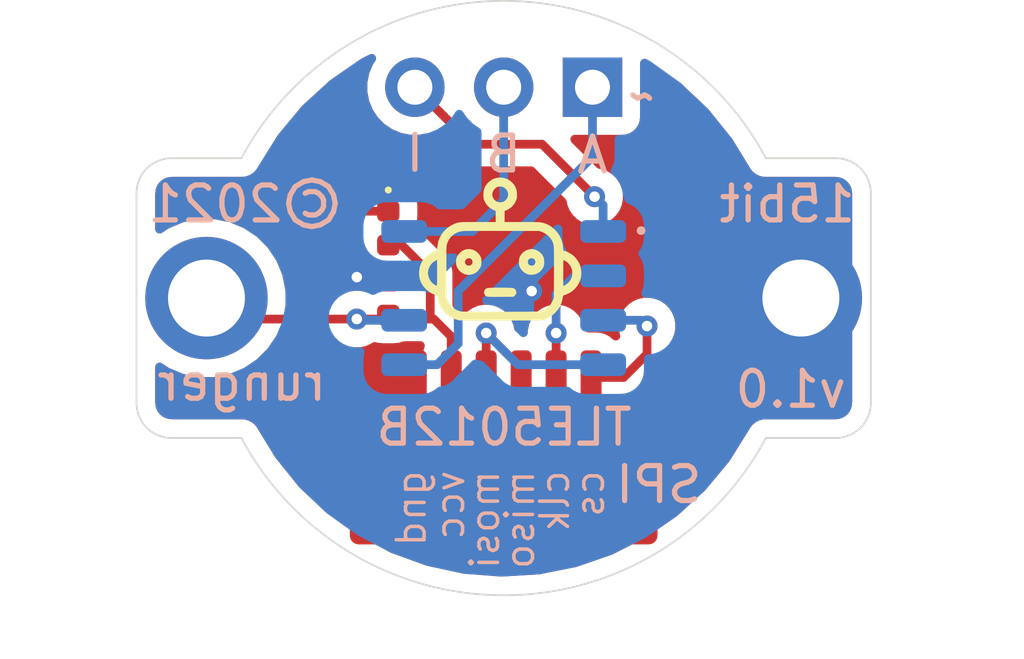
<source format=kicad_pcb>
(kicad_pcb (version 20171130) (host pcbnew "(5.1.6-0-10_14)")

  (general
    (thickness 1.6)
    (drawings 31)
    (tracks 54)
    (zones 0)
    (modules 9)
    (nets 11)
  )

  (page A4)
  (layers
    (0 F.Cu signal)
    (31 B.Cu signal)
    (32 B.Adhes user)
    (33 F.Adhes user)
    (34 B.Paste user)
    (35 F.Paste user)
    (36 B.SilkS user)
    (37 F.SilkS user)
    (38 B.Mask user)
    (39 F.Mask user)
    (40 Dwgs.User user)
    (41 Cmts.User user)
    (42 Eco1.User user)
    (43 Eco2.User user)
    (44 Edge.Cuts user)
    (45 Margin user)
    (46 B.CrtYd user)
    (47 F.CrtYd user)
    (48 B.Fab user hide)
    (49 F.Fab user hide)
  )

  (setup
    (last_trace_width 0.25)
    (user_trace_width 0.25)
    (trace_clearance 0.2)
    (zone_clearance 0.508)
    (zone_45_only no)
    (trace_min 0.2)
    (via_size 0.8)
    (via_drill 0.4)
    (via_min_size 0.4)
    (via_min_drill 0.3)
    (user_via 0.6 0.3)
    (uvia_size 0.3)
    (uvia_drill 0.1)
    (uvias_allowed no)
    (uvia_min_size 0.2)
    (uvia_min_drill 0.1)
    (edge_width 0.05)
    (segment_width 0.2)
    (pcb_text_width 0.3)
    (pcb_text_size 1.5 1.5)
    (mod_edge_width 0.12)
    (mod_text_size 1 1)
    (mod_text_width 0.15)
    (pad_size 1.524 1.524)
    (pad_drill 0.762)
    (pad_to_mask_clearance 0.05)
    (aux_axis_origin 72.5 60.1)
    (grid_origin 72.5 60.1)
    (visible_elements FFFFFF7F)
    (pcbplotparams
      (layerselection 0x010fc_ffffffff)
      (usegerberextensions false)
      (usegerberattributes true)
      (usegerberadvancedattributes true)
      (creategerberjobfile true)
      (excludeedgelayer true)
      (linewidth 0.100000)
      (plotframeref false)
      (viasonmask false)
      (mode 1)
      (useauxorigin false)
      (hpglpennumber 1)
      (hpglpenspeed 20)
      (hpglpendiameter 15.000000)
      (psnegative false)
      (psa4output false)
      (plotreference true)
      (plotvalue true)
      (plotinvisibletext false)
      (padsonsilk false)
      (subtractmaskfromsilk false)
      (outputformat 1)
      (mirror false)
      (drillshape 1)
      (scaleselection 1)
      (outputdirectory ""))
  )

  (net 0 "")
  (net 1 GND)
  (net 2 VCC)
  (net 3 "Net-(D1-Pad1)")
  (net 4 MOSI)
  (net 5 "Net-(J1-Pad4)")
  (net 6 SCK)
  (net 7 nCS)
  (net 8 ABI_I)
  (net 9 ABI_B)
  (net 10 ABI_A)

  (net_class Default "This is the default net class."
    (clearance 0.2)
    (trace_width 0.25)
    (via_dia 0.8)
    (via_drill 0.4)
    (uvia_dia 0.3)
    (uvia_drill 0.1)
    (add_net ABI_A)
    (add_net ABI_B)
    (add_net ABI_I)
    (add_net GND)
    (add_net MOSI)
    (add_net "Net-(D1-Pad1)")
    (add_net "Net-(J1-Pad4)")
    (add_net SCK)
    (add_net VCC)
    (add_net nCS)
  )

  (module runger:Infineon_PG-DSO-8 locked (layer B.Cu) (tedit 6074DD1F) (tstamp 6075471A)
    (at 72.5 60.1 180)
    (descr "Infineon  PG-DSO, 8 Pin (https://www.infineon.com/cms/en/product/packages/PG-DSO/PG-DSO-8-27), generated with kicad-footprint-generator ipc_gullwing_generator.py")
    (tags "Infineon PG-DSO SO")
    (path /6074E72A)
    (attr smd)
    (fp_text reference U1 (at 0 3.4 180) (layer B.Fab)
      (effects (font (size 1 1) (thickness 0.15)) (justify mirror))
    )
    (fp_text value TLE5012B (at 0 -3.4 180) (layer B.Fab)
      (effects (font (size 1 1) (thickness 0.15)) (justify mirror))
    )
    (fp_line (start 3.7 2.7) (end -3.7 2.7) (layer B.CrtYd) (width 0.05))
    (fp_line (start 3.7 -2.7) (end 3.7 2.7) (layer B.CrtYd) (width 0.05))
    (fp_line (start -3.7 -2.7) (end 3.7 -2.7) (layer B.CrtYd) (width 0.05))
    (fp_line (start -3.7 2.7) (end -3.7 -2.7) (layer B.CrtYd) (width 0.05))
    (fp_line (start -1.95 1.475) (end -0.975 2.45) (layer B.Fab) (width 0.1))
    (fp_line (start -1.95 -2.45) (end -1.95 1.475) (layer B.Fab) (width 0.1))
    (fp_line (start 1.95 -2.45) (end -1.95 -2.45) (layer B.Fab) (width 0.1))
    (fp_line (start 1.95 2.45) (end 1.95 -2.45) (layer B.Fab) (width 0.1))
    (fp_line (start -0.975 2.45) (end 1.95 2.45) (layer B.Fab) (width 0.1))
    (fp_circle (center -3.93 1.93) (end -3.88 1.89) (layer B.SilkS) (width 0.12))
    (fp_text user %R (at 0 0 180) (layer B.Fab)
      (effects (font (size 0.98 0.98) (thickness 0.15)) (justify mirror))
    )
    (pad 5 smd roundrect (at 2.845 -1.905 180) (size 1.31 0.65) (layers B.Cu B.Paste B.Mask) (roundrect_rratio 0.25)
      (net 10 ABI_A))
    (pad 6 smd roundrect (at 2.845 -0.635 180) (size 1.31 0.65) (layers B.Cu B.Paste B.Mask) (roundrect_rratio 0.25)
      (net 2 VCC))
    (pad 7 smd roundrect (at 2.845 0.635 180) (size 1.31 0.65) (layers B.Cu B.Paste B.Mask) (roundrect_rratio 0.25)
      (net 1 GND))
    (pad 8 smd roundrect (at 2.845 1.905 180) (size 1.31 0.65) (layers B.Cu B.Paste B.Mask) (roundrect_rratio 0.25)
      (net 9 ABI_B))
    (pad 4 smd roundrect (at -2.845 -1.905 180) (size 1.31 0.65) (layers B.Cu B.Paste B.Mask) (roundrect_rratio 0.25)
      (net 4 MOSI))
    (pad 3 smd roundrect (at -2.845 -0.635 180) (size 1.31 0.65) (layers B.Cu B.Paste B.Mask) (roundrect_rratio 0.25)
      (net 7 nCS))
    (pad 2 smd roundrect (at -2.845 0.635 180) (size 1.31 0.65) (layers B.Cu B.Paste B.Mask) (roundrect_rratio 0.25)
      (net 6 SCK))
    (pad 1 smd roundrect (at -2.845 1.905 180) (size 1.31 0.65) (layers B.Cu B.Paste B.Mask) (roundrect_rratio 0.25)
      (net 8 ABI_I))
    (model ${KISYS3DMOD}/Package_SO.3dshapes/Infineon_PG-DSO-8-27_3.9x4.9mm_EP2.65x3mm.wrl
      (at (xyz 0 0 0))
      (scale (xyz 1 1 1))
      (rotate (xyz 0 0 0))
    )
  )

  (module Connector_PinHeader_2.54mm:PinHeader_1x03_P2.54mm_Vertical locked (layer F.Cu) (tedit 6074DC9E) (tstamp 6074DC6A)
    (at 75.04 54.07 270)
    (descr "Through hole straight pin header, 1x03, 2.54mm pitch, single row")
    (tags "Through hole pin header THT 1x03 2.54mm single row")
    (path /606C87F2)
    (fp_text reference J2 (at 0 -2.33 270) (layer F.Fab)
      (effects (font (size 1 1) (thickness 0.15)))
    )
    (fp_text value Castellations_ABI (at 0 7.41 270) (layer F.Fab)
      (effects (font (size 1 1) (thickness 0.15)))
    )
    (fp_line (start -0.635 -1.27) (end 1.27 -1.27) (layer F.Fab) (width 0.1))
    (fp_line (start 1.27 -1.27) (end 1.27 6.35) (layer F.Fab) (width 0.1))
    (fp_line (start 1.27 6.35) (end -1.27 6.35) (layer F.Fab) (width 0.1))
    (fp_line (start -1.27 6.35) (end -1.27 -0.635) (layer F.Fab) (width 0.1))
    (fp_line (start -1.27 -0.635) (end -0.635 -1.27) (layer F.Fab) (width 0.1))
    (fp_line (start -1.8 -1.8) (end -1.8 6.85) (layer F.CrtYd) (width 0.05))
    (fp_line (start -1.8 6.85) (end 1.8 6.85) (layer F.CrtYd) (width 0.05))
    (fp_line (start 1.8 6.85) (end 1.8 -1.8) (layer F.CrtYd) (width 0.05))
    (fp_line (start 1.8 -1.8) (end -1.8 -1.8) (layer F.CrtYd) (width 0.05))
    (fp_text user %R (at 0 2.54) (layer F.Fab)
      (effects (font (size 1 1) (thickness 0.15)))
    )
    (pad 3 thru_hole oval (at 0 5.08 270) (size 1.7 1.7) (drill 1) (layers *.Cu *.Mask)
      (net 8 ABI_I))
    (pad 2 thru_hole oval (at 0 2.54 270) (size 1.7 1.7) (drill 1) (layers *.Cu *.Mask)
      (net 9 ABI_B))
    (pad 1 thru_hole rect (at 0 0 270) (size 1.7 1.7) (drill 1) (layers *.Cu *.Mask)
      (net 10 ABI_A))
  )

  (module Symbol:Robo_logo locked (layer F.Cu) (tedit 5F710FE5) (tstamp 6074DC52)
    (at 72.4 58.7)
    (attr virtual)
    (fp_text reference G*** (at 0 -2.54) (layer F.Fab) hide
      (effects (font (size 1.524 1.524) (thickness 0.3)))
    )
    (fp_text value LOGO (at 0 3.81) (layer F.Fab) hide
      (effects (font (size 1.524 1.524) (thickness 0.3)))
    )
    (fp_poly (pts (xy 0.986438 0.014923) (xy 1.060362 0.044017) (xy 1.127592 0.088719) (xy 1.161498 0.120766)
      (xy 1.203048 0.170304) (xy 1.230682 0.217184) (xy 1.246804 0.267721) (xy 1.253812 0.328229)
      (xy 1.254653 0.36576) (xy 1.253911 0.414946) (xy 1.250751 0.450757) (xy 1.243964 0.480101)
      (xy 1.232341 0.509888) (xy 1.22763 0.520156) (xy 1.185181 0.58825) (xy 1.127574 0.647261)
      (xy 1.059504 0.692457) (xy 1.054096 0.695163) (xy 0.994477 0.716172) (xy 0.926104 0.727373)
      (xy 0.857164 0.728111) (xy 0.795845 0.717726) (xy 0.79116 0.716282) (xy 0.717714 0.682449)
      (xy 0.651949 0.632363) (xy 0.597684 0.569722) (xy 0.558734 0.498223) (xy 0.55447 0.487022)
      (xy 0.541188 0.427663) (xy 0.538719 0.364108) (xy 0.7874 0.364108) (xy 0.790132 0.400703)
      (xy 0.800213 0.426279) (xy 0.81224 0.441364) (xy 0.849739 0.468228) (xy 0.893251 0.479195)
      (xy 0.93707 0.473905) (xy 0.975492 0.451998) (xy 0.975831 0.451693) (xy 1.001822 0.416117)
      (xy 1.012073 0.374572) (xy 1.007006 0.33252) (xy 0.987043 0.295425) (xy 0.962106 0.273872)
      (xy 0.915745 0.255793) (xy 0.870018 0.257052) (xy 0.828082 0.277431) (xy 0.82058 0.283646)
      (xy 0.800035 0.304795) (xy 0.79026 0.325783) (xy 0.787457 0.355817) (xy 0.7874 0.364108)
      (xy 0.538719 0.364108) (xy 0.53853 0.359264) (xy 0.545973 0.289777) (xy 0.562998 0.227152)
      (xy 0.572955 0.204665) (xy 0.620513 0.133516) (xy 0.682451 0.076017) (xy 0.756986 0.033504)
      (xy 0.834304 0.008956) (xy 0.90977 0.002786) (xy 0.986438 0.014923)) (layer F.SilkS) (width 0.01))
    (fp_poly (pts (xy -0.852964 0.006741) (xy -0.817725 0.011646) (xy -0.784163 0.022321) (xy -0.750304 0.037274)
      (xy -0.673759 0.083754) (xy -0.612127 0.14399) (xy -0.571847 0.205393) (xy -0.558897 0.231799)
      (xy -0.55062 0.255572) (xy -0.54599 0.282534) (xy -0.54398 0.318509) (xy -0.54356 0.36576)
      (xy -0.54392 0.414476) (xy -0.545819 0.448904) (xy -0.550486 0.475073) (xy -0.559149 0.499011)
      (xy -0.573038 0.526749) (xy -0.578408 0.536712) (xy -0.627833 0.608228) (xy -0.689348 0.664085)
      (xy -0.761289 0.703224) (xy -0.841998 0.724585) (xy -0.878285 0.728009) (xy -0.922977 0.727777)
      (xy -0.96726 0.723815) (xy -0.996902 0.718102) (xy -1.071873 0.6867) (xy -1.138466 0.638469)
      (xy -1.193765 0.576147) (xy -1.234861 0.502475) (xy -1.240146 0.489229) (xy -1.254921 0.428174)
      (xy -1.257529 0.379922) (xy -1.011775 0.379922) (xy -1.000461 0.419396) (xy -0.976344 0.450614)
      (xy -0.942976 0.471496) (xy -0.903905 0.479966) (xy -0.862681 0.473947) (xy -0.822855 0.45136)
      (xy -0.816409 0.445657) (xy -0.792327 0.410916) (xy -0.784475 0.37133) (xy -0.79105 0.331419)
      (xy -0.810248 0.295701) (xy -0.840265 0.268694) (xy -0.879298 0.254916) (xy -0.892911 0.254037)
      (xy -0.940383 0.262888) (xy -0.978565 0.287515) (xy -1.003588 0.325192) (xy -1.006738 0.334267)
      (xy -1.011775 0.379922) (xy -1.257529 0.379922) (xy -1.258686 0.358539) (xy -1.251704 0.288652)
      (xy -1.234236 0.226841) (xy -1.231721 0.220972) (xy -1.197754 0.164248) (xy -1.14968 0.109757)
      (xy -1.093386 0.063333) (xy -1.04366 0.034658) (xy -1.004496 0.018692) (xy -0.969085 0.009806)
      (xy -0.928075 0.006124) (xy -0.89916 0.005634) (xy -0.852964 0.006741)) (layer F.SilkS) (width 0.01))
    (fp_poly (pts (xy 0.109648 1.108074) (xy 0.181977 1.108995) (xy 0.246828 1.110394) (xy 0.301111 1.112273)
      (xy 0.34174 1.11463) (xy 0.365625 1.117466) (xy 0.367646 1.117953) (xy 0.411414 1.139753)
      (xy 0.441917 1.175255) (xy 0.456393 1.220837) (xy 0.4572 1.235368) (xy 0.454299 1.267576)
      (xy 0.442839 1.293313) (xy 0.42243 1.318409) (xy 0.38766 1.35636) (xy 0.01349 1.358862)
      (xy -0.086109 1.359423) (xy -0.167411 1.359599) (xy -0.232438 1.359326) (xy -0.283212 1.35854)
      (xy -0.321753 1.357174) (xy -0.350083 1.355164) (xy -0.370224 1.352446) (xy -0.384195 1.348955)
      (xy -0.391682 1.34587) (xy -0.427256 1.31781) (xy -0.449564 1.279059) (xy -0.457458 1.23505)
      (xy -0.449786 1.191222) (xy -0.431147 1.159316) (xy -0.403631 1.135638) (xy -0.3711 1.119007)
      (xy -0.367647 1.117953) (xy -0.34666 1.115042) (xy -0.308447 1.11261) (xy -0.256096 1.110656)
      (xy -0.192694 1.109182) (xy -0.121331 1.108186) (xy -0.045094 1.10767) (xy 0.032928 1.107633)
      (xy 0.109648 1.108074)) (layer F.SilkS) (width 0.01))
    (fp_poly (pts (xy 0.097813 -2.033273) (xy 0.186492 -2.006246) (xy 0.268214 -1.96053) (xy 0.34422 -1.895576)
      (xy 0.353277 -1.886187) (xy 0.40812 -1.817965) (xy 0.44613 -1.745631) (xy 0.4685 -1.665749)
      (xy 0.476428 -1.574883) (xy 0.475802 -1.534168) (xy 0.473144 -1.485324) (xy 0.468585 -1.449197)
      (xy 0.460295 -1.418185) (xy 0.446443 -1.384687) (xy 0.433155 -1.3571) (xy 0.38195 -1.273063)
      (xy 0.318455 -1.204615) (xy 0.240771 -1.149882) (xy 0.203514 -1.13056) (xy 0.122471 -1.0922)
      (xy 0.122195 -0.93218) (xy 0.12192 -0.77216) (xy 0.61722 -0.771984) (xy 0.739095 -0.77186)
      (xy 0.842638 -0.771477) (xy 0.929835 -0.770681) (xy 1.002672 -0.769317) (xy 1.063137 -0.767231)
      (xy 1.113215 -0.764267) (xy 1.154894 -0.760272) (xy 1.19016 -0.755089) (xy 1.221001 -0.748566)
      (xy 1.249402 -0.740546) (xy 1.277351 -0.730876) (xy 1.306834 -0.719399) (xy 1.310281 -0.71801)
      (xy 1.397129 -0.677159) (xy 1.47441 -0.627391) (xy 1.549244 -0.563975) (xy 1.565153 -0.54864)
      (xy 1.64756 -0.454337) (xy 1.711593 -0.351364) (xy 1.751969 -0.255855) (xy 1.769983 -0.192551)
      (xy 1.784764 -0.121009) (xy 1.794734 -0.05026) (xy 1.79832 0.009764) (xy 1.799879 0.035382)
      (xy 1.808524 0.047841) (xy 1.830203 0.05427) (xy 1.83642 0.055422) (xy 1.883138 0.069054)
      (xy 1.938766 0.093237) (xy 1.997289 0.12473) (xy 2.052698 0.160289) (xy 2.098981 0.196672)
      (xy 2.100044 0.197632) (xy 2.166196 0.267786) (xy 2.224251 0.349103) (xy 2.269513 0.43461)
      (xy 2.283777 0.47065) (xy 2.302854 0.544344) (xy 2.313502 0.62867) (xy 2.315313 0.715594)
      (xy 2.307882 0.797078) (xy 2.301839 0.82804) (xy 2.267383 0.931737) (xy 2.21538 1.028275)
      (xy 2.148023 1.115306) (xy 2.067506 1.190481) (xy 1.976023 1.251453) (xy 1.875768 1.295873)
      (xy 1.859849 1.301043) (xy 1.828188 1.312774) (xy 1.805002 1.324939) (xy 1.797128 1.332267)
      (xy 1.792292 1.348767) (xy 1.786004 1.37906) (xy 1.779571 1.416808) (xy 1.779154 1.419531)
      (xy 1.752587 1.528373) (xy 1.707662 1.632248) (xy 1.646122 1.729159) (xy 1.569712 1.817109)
      (xy 1.480174 1.8941) (xy 1.379254 1.958136) (xy 1.268694 2.007217) (xy 1.26492 2.008553)
      (xy 1.18364 2.03708) (xy 0.0254 2.038938) (xy -0.160295 2.039194) (xy -0.326694 2.039328)
      (xy -0.474822 2.03933) (xy -0.605704 2.039191) (xy -0.720364 2.0389) (xy -0.819827 2.038449)
      (xy -0.905117 2.037826) (xy -0.977259 2.037023) (xy -1.037276 2.036031) (xy -1.086194 2.034838)
      (xy -1.125037 2.033435) (xy -1.15483 2.031814) (xy -1.176596 2.029963) (xy -1.191361 2.027873)
      (xy -1.1938 2.027374) (xy -1.304486 1.993291) (xy -1.408518 1.942326) (xy -1.503918 1.876537)
      (xy -1.588705 1.797979) (xy -1.660899 1.708708) (xy -1.718521 1.610779) (xy -1.75959 1.50625)
      (xy -1.779155 1.419531) (xy -1.78555 1.381502) (xy -1.79189 1.35049) (xy -1.796869 1.332833)
      (xy -1.797129 1.332267) (xy -1.810012 1.321823) (xy -1.836099 1.309459) (xy -1.85985 1.301043)
      (xy -1.949042 1.26608) (xy -2.030205 1.217852) (xy -2.108185 1.153335) (xy -2.128746 1.13331)
      (xy -2.202097 1.048655) (xy -2.25641 0.959996) (xy -2.292558 0.865054) (xy -2.311415 0.76155)
      (xy -2.313737 0.661106) (xy -2.069701 0.661106) (xy -2.064993 0.741119) (xy -2.064803 0.742151)
      (xy -2.039303 0.831107) (xy -1.998459 0.908416) (xy -1.952029 0.963925) (xy -1.920202 0.991581)
      (xy -1.88405 1.017948) (xy -1.848823 1.039695) (xy -1.819771 1.05349) (xy -1.80594 1.056631)
      (xy -1.804215 1.046846) (xy -1.802626 1.018977) (xy -1.801219 0.975261) (xy -1.80004 0.917932)
      (xy -1.799134 0.849229) (xy -1.798546 0.771386) (xy -1.798321 0.68664) (xy -1.79832 0.68072)
      (xy -1.798462 0.595587) (xy -1.798863 0.517207) (xy -1.799493 0.447814) (xy -1.80032 0.389645)
      (xy -1.800338 0.388824) (xy -1.54274 0.388824) (xy -1.542529 0.535018) (xy -1.542104 0.666108)
      (xy -1.53924 1.397) (xy -1.515308 1.456336) (xy -1.467107 1.550437) (xy -1.404381 1.631517)
      (xy -1.328757 1.698202) (xy -1.241861 1.749117) (xy -1.14532 1.782889) (xy -1.12268 1.787936)
      (xy -1.10573 1.789301) (xy -1.070106 1.790558) (xy -1.017456 1.791708) (xy -0.949427 1.792749)
      (xy -0.867665 1.793681) (xy -0.773818 1.794502) (xy -0.669531 1.795214) (xy -0.556453 1.795814)
      (xy -0.436228 1.796302) (xy -0.310505 1.796677) (xy -0.180931 1.79694) (xy -0.049151 1.797088)
      (xy 0.083187 1.797122) (xy 0.214437 1.797041) (xy 0.342951 1.796844) (xy 0.467084 1.79653)
      (xy 0.585187 1.796099) (xy 0.695615 1.79555) (xy 0.796721 1.794883) (xy 0.886857 1.794096)
      (xy 0.964377 1.793189) (xy 1.027635 1.792162) (xy 1.074983 1.791014) (xy 1.104775 1.789744)
      (xy 1.114014 1.788839) (xy 1.21477 1.759864) (xy 1.305507 1.713636) (xy 1.384854 1.651291)
      (xy 1.451441 1.573965) (xy 1.503899 1.482793) (xy 1.515307 1.456336) (xy 1.53924 1.397)
      (xy 1.542068 0.674918) (xy 1.79832 0.674918) (xy 1.79832 1.058009) (xy 1.82118 1.051365)
      (xy 1.841503 1.042282) (xy 1.871333 1.025356) (xy 1.898977 1.007702) (xy 1.964323 0.952274)
      (xy 2.014104 0.88628) (xy 2.048092 0.812482) (xy 2.06606 0.733646) (xy 2.06778 0.652533)
      (xy 2.053025 0.571909) (xy 2.021565 0.494536) (xy 1.973174 0.423177) (xy 1.949301 0.397211)
      (xy 1.923071 0.374374) (xy 1.890114 0.35027) (xy 1.855868 0.328353) (xy 1.82577 0.312075)
      (xy 1.80526 0.304887) (xy 1.803737 0.3048) (xy 1.802511 0.314587) (xy 1.801383 0.34246)
      (xy 1.800383 0.386185) (xy 1.799545 0.443528) (xy 1.7989 0.512253) (xy 1.798481 0.590128)
      (xy 1.79832 0.674918) (xy 1.542068 0.674918) (xy 1.542103 0.666108) (xy 1.542599 0.497897)
      (xy 1.54269 0.349966) (xy 1.542376 0.22228) (xy 1.541655 0.114804) (xy 1.540528 0.027501)
      (xy 1.538994 -0.039662) (xy 1.537053 -0.086723) (xy 1.534705 -0.113716) (xy 1.534153 -0.116872)
      (xy 1.505381 -0.206853) (xy 1.458852 -0.290619) (xy 1.396771 -0.365731) (xy 1.321347 -0.429749)
      (xy 1.234787 -0.480235) (xy 1.187567 -0.499805) (xy 1.12268 -0.52324) (xy 0.06096 -0.52619)
      (xy -0.121935 -0.526594) (xy -0.291295 -0.526757) (xy -0.446409 -0.526683) (xy -0.586564 -0.526377)
      (xy -0.71105 -0.525842) (xy -0.819155 -0.525084) (xy -0.910166 -0.524108) (xy -0.983372 -0.522917)
      (xy -1.038061 -0.521516) (xy -1.073521 -0.519909) (xy -1.084301 -0.518973) (xy -1.179842 -0.499897)
      (xy -1.264409 -0.466246) (xy -1.342058 -0.415999) (xy -1.405094 -0.359298) (xy -1.448956 -0.305335)
      (xy -1.488414 -0.239423) (xy -1.518989 -0.169931) (xy -1.533737 -0.11888) (xy -1.536183 -0.098098)
      (xy -1.538233 -0.060901) (xy -1.539893 -0.006788) (xy -1.541168 0.06474) (xy -1.542064 0.154185)
      (xy -1.542586 0.262046) (xy -1.54274 0.388824) (xy -1.800338 0.388824) (xy -1.80131 0.344937)
      (xy -1.802432 0.315925) (xy -1.803653 0.304846) (xy -1.803738 0.3048) (xy -1.815097 0.30903)
      (xy -1.838533 0.319909) (xy -1.858339 0.329722) (xy -1.925864 0.37472) (xy -1.982583 0.433994)
      (xy -2.026675 0.503907) (xy -2.056322 0.580823) (xy -2.069701 0.661106) (xy -2.313737 0.661106)
      (xy -2.313989 0.65024) (xy -2.300325 0.536454) (xy -2.269047 0.432407) (xy -2.219626 0.336961)
      (xy -2.151529 0.248981) (xy -2.104251 0.201827) (xy -2.055759 0.162847) (xy -1.998681 0.125465)
      (xy -1.938894 0.092906) (xy -1.882278 0.068396) (xy -1.837853 0.055691) (xy -1.801186 0.049076)
      (xy -1.794474 -0.038236) (xy -1.781416 -0.144723) (xy -1.758995 -0.238269) (xy -1.727587 -0.320816)
      (xy -1.668331 -0.427322) (xy -1.592792 -0.523024) (xy -1.502942 -0.606046) (xy -1.400753 -0.674511)
      (xy -1.310282 -0.71801) (xy -1.280506 -0.729696) (xy -1.252485 -0.739559) (xy -1.224232 -0.747754)
      (xy -1.19376 -0.754436) (xy -1.159082 -0.759759) (xy -1.118211 -0.763878) (xy -1.069161 -0.766948)
      (xy -1.009945 -0.769124) (xy -0.938576 -0.77056) (xy -0.853068 -0.771412) (xy -0.751434 -0.771833)
      (xy -0.631687 -0.771978) (xy -0.61722 -0.771984) (xy -0.12192 -0.77216) (xy -0.122472 -1.0922)
      (xy -0.203515 -1.13056) (xy -0.287715 -1.1801) (xy -0.356929 -1.242569) (xy -0.413057 -1.31984)
      (xy -0.433156 -1.3571) (xy -0.451754 -1.39651) (xy -0.463563 -1.428344) (xy -0.470417 -1.460207)
      (xy -0.474144 -1.499698) (xy -0.475803 -1.534168) (xy -0.47547 -1.54385) (xy -0.232207 -1.54385)
      (xy -0.226704 -1.511201) (xy -0.212015 -1.473437) (xy -0.210775 -1.470716) (xy -0.173627 -1.411857)
      (xy -0.1245 -1.368254) (xy -0.06612 -1.341137) (xy -0.001214 -1.331737) (xy 0.067493 -1.341287)
      (xy 0.072558 -1.342752) (xy 0.124102 -1.367849) (xy 0.170263 -1.408459) (xy 0.20593 -1.459777)
      (xy 0.213119 -1.474894) (xy 0.230063 -1.538334) (xy 0.228163 -1.602024) (xy 0.20856 -1.662537)
      (xy 0.172395 -1.716447) (xy 0.120809 -1.760327) (xy 0.117368 -1.762492) (xy 0.085246 -1.780217)
      (xy 0.056158 -1.789549) (xy 0.020627 -1.792969) (xy 0 -1.79324) (xy -0.041527 -1.791671)
      (xy -0.072343 -1.785309) (xy -0.101926 -1.77167) (xy -0.117369 -1.762492) (xy -0.170455 -1.718251)
      (xy -0.208183 -1.661915) (xy -0.228624 -1.596556) (xy -0.230486 -1.5825) (xy -0.232207 -1.54385)
      (xy -0.47547 -1.54385) (xy -0.472336 -1.634808) (xy -0.452825 -1.724048) (xy -0.416505 -1.803885)
      (xy -0.362609 -1.876319) (xy -0.332953 -1.906526) (xy -0.257649 -1.967521) (xy -0.179661 -2.009557)
      (xy -0.095663 -2.033983) (xy -0.002332 -2.042152) (xy 0.000938 -2.042161) (xy 0.097813 -2.033273)) (layer F.SilkS) (width 0.01))
  )

  (module LED_SMD:LED_0402_1005Metric (layer F.Cu) (tedit 5B301BBE) (tstamp 6074DC59)
    (at 69.2 58.1 270)
    (descr "LED SMD 0402 (1005 Metric), square (rectangular) end terminal, IPC_7351 nominal, (Body size source: http://www.tortai-tech.com/upload/download/2011102023233369053.pdf), generated with kicad-footprint-generator")
    (tags LED)
    (path /606EE109)
    (attr smd)
    (fp_text reference D1 (at 0 -1.17 90) (layer F.Fab)
      (effects (font (size 1 1) (thickness 0.15)))
    )
    (fp_text value green (at 0 1.17 90) (layer F.Fab)
      (effects (font (size 1 1) (thickness 0.15)))
    )
    (fp_circle (center -1.09 0) (end -1.04 0) (layer F.SilkS) (width 0.1))
    (fp_line (start -0.5 0.25) (end -0.5 -0.25) (layer F.Fab) (width 0.1))
    (fp_line (start -0.5 -0.25) (end 0.5 -0.25) (layer F.Fab) (width 0.1))
    (fp_line (start 0.5 -0.25) (end 0.5 0.25) (layer F.Fab) (width 0.1))
    (fp_line (start 0.5 0.25) (end -0.5 0.25) (layer F.Fab) (width 0.1))
    (fp_line (start -0.4 0.25) (end -0.4 -0.25) (layer F.Fab) (width 0.1))
    (fp_line (start -0.3 0.25) (end -0.3 -0.25) (layer F.Fab) (width 0.1))
    (fp_line (start -0.93 0.47) (end -0.93 -0.47) (layer F.CrtYd) (width 0.05))
    (fp_line (start -0.93 -0.47) (end 0.93 -0.47) (layer F.CrtYd) (width 0.05))
    (fp_line (start 0.93 -0.47) (end 0.93 0.47) (layer F.CrtYd) (width 0.05))
    (fp_line (start 0.93 0.47) (end -0.93 0.47) (layer F.CrtYd) (width 0.05))
    (fp_text user %R (at 0 0 90) (layer F.Fab)
      (effects (font (size 0.25 0.25) (thickness 0.04)))
    )
    (pad 1 smd roundrect (at -0.485 0 270) (size 0.59 0.64) (layers F.Cu F.Paste F.Mask) (roundrect_rratio 0.25)
      (net 3 "Net-(D1-Pad1)"))
    (pad 2 smd roundrect (at 0.485 0 270) (size 0.59 0.64) (layers F.Cu F.Paste F.Mask) (roundrect_rratio 0.25)
      (net 2 VCC))
    (model ${KISYS3DMOD}/LED_SMD.3dshapes/LED_0402_1005Metric.wrl
      (at (xyz 0 0 0))
      (scale (xyz 1 1 1))
      (rotate (xyz 0 0 0))
    )
  )

  (module MountingHole:MountingHole_2.2mm_M2_ISO7380_Pad (layer F.Cu) (tedit 56D1B4CB) (tstamp 6074DC4B)
    (at 64 60.1)
    (descr "Mounting Hole 2.2mm, M2, ISO7380")
    (tags "mounting hole 2.2mm m2 iso7380")
    (path /606BAFAA)
    (attr virtual)
    (fp_text reference H1 (at 0 -2.75) (layer F.Fab)
      (effects (font (size 1 1) (thickness 0.15)))
    )
    (fp_text value MountingHole_Pad (at 0 2.75) (layer F.Fab)
      (effects (font (size 1 1) (thickness 0.15)))
    )
    (fp_circle (center 0 0) (end 2 0) (layer F.CrtYd) (width 0.05))
    (fp_circle (center 0 0) (end 1.75 0) (layer Cmts.User) (width 0.15))
    (fp_text user %R (at 0.3 0) (layer F.Fab)
      (effects (font (size 1 1) (thickness 0.15)))
    )
    (pad 1 thru_hole circle (at 0 0) (size 3.5 3.5) (drill 2.2) (layers *.Cu *.Mask)
      (net 2 VCC))
  )

  (module Resistor_SMD:R_0402_1005Metric (layer F.Cu) (tedit 5B301BBD) (tstamp 6074DC3D)
    (at 68.1 58.1 270)
    (descr "Resistor SMD 0402 (1005 Metric), square (rectangular) end terminal, IPC_7351 nominal, (Body size source: http://www.tortai-tech.com/upload/download/2011102023233369053.pdf), generated with kicad-footprint-generator")
    (tags resistor)
    (path /606ECE30)
    (attr smd)
    (fp_text reference R1 (at 0 -1.17 90) (layer F.Fab)
      (effects (font (size 1 1) (thickness 0.15)))
    )
    (fp_text value 1k (at 0 1.17 90) (layer F.Fab)
      (effects (font (size 1 1) (thickness 0.15)))
    )
    (fp_line (start 0.93 0.47) (end -0.93 0.47) (layer F.CrtYd) (width 0.05))
    (fp_line (start 0.93 -0.47) (end 0.93 0.47) (layer F.CrtYd) (width 0.05))
    (fp_line (start -0.93 -0.47) (end 0.93 -0.47) (layer F.CrtYd) (width 0.05))
    (fp_line (start -0.93 0.47) (end -0.93 -0.47) (layer F.CrtYd) (width 0.05))
    (fp_line (start 0.5 0.25) (end -0.5 0.25) (layer F.Fab) (width 0.1))
    (fp_line (start 0.5 -0.25) (end 0.5 0.25) (layer F.Fab) (width 0.1))
    (fp_line (start -0.5 -0.25) (end 0.5 -0.25) (layer F.Fab) (width 0.1))
    (fp_line (start -0.5 0.25) (end -0.5 -0.25) (layer F.Fab) (width 0.1))
    (fp_text user %R (at 0 0 90) (layer F.Fab)
      (effects (font (size 0.25 0.25) (thickness 0.04)))
    )
    (pad 1 smd roundrect (at -0.485 0 270) (size 0.59 0.64) (layers F.Cu F.Paste F.Mask) (roundrect_rratio 0.25)
      (net 3 "Net-(D1-Pad1)"))
    (pad 2 smd roundrect (at 0.485 0 270) (size 0.59 0.64) (layers F.Cu F.Paste F.Mask) (roundrect_rratio 0.25)
      (net 1 GND))
    (model ${KISYS3DMOD}/Resistor_SMD.3dshapes/R_0402_1005Metric.wrl
      (at (xyz 0 0 0))
      (scale (xyz 1 1 1))
      (rotate (xyz 0 0 0))
    )
  )

  (module Capacitor_SMD:C_0402_1005Metric (layer F.Cu) (tedit 5B301BBE) (tstamp 6074DC2F)
    (at 69.2 60.1 270)
    (descr "Capacitor SMD 0402 (1005 Metric), square (rectangular) end terminal, IPC_7351 nominal, (Body size source: http://www.tortai-tech.com/upload/download/2011102023233369053.pdf), generated with kicad-footprint-generator")
    (tags capacitor)
    (path /606CD915)
    (attr smd)
    (fp_text reference C2 (at 0 -1.17 270) (layer F.Fab)
      (effects (font (size 1 1) (thickness 0.15)))
    )
    (fp_text value "100nF 6.3V" (at 0 1.17 270) (layer F.Fab)
      (effects (font (size 1 1) (thickness 0.15)))
    )
    (fp_line (start -0.5 0.25) (end -0.5 -0.25) (layer F.Fab) (width 0.1))
    (fp_line (start -0.5 -0.25) (end 0.5 -0.25) (layer F.Fab) (width 0.1))
    (fp_line (start 0.5 -0.25) (end 0.5 0.25) (layer F.Fab) (width 0.1))
    (fp_line (start 0.5 0.25) (end -0.5 0.25) (layer F.Fab) (width 0.1))
    (fp_line (start -0.93 0.47) (end -0.93 -0.47) (layer F.CrtYd) (width 0.05))
    (fp_line (start -0.93 -0.47) (end 0.93 -0.47) (layer F.CrtYd) (width 0.05))
    (fp_line (start 0.93 -0.47) (end 0.93 0.47) (layer F.CrtYd) (width 0.05))
    (fp_line (start 0.93 0.47) (end -0.93 0.47) (layer F.CrtYd) (width 0.05))
    (fp_text user %R (at 0 0 270) (layer F.Fab)
      (effects (font (size 0.25 0.25) (thickness 0.04)))
    )
    (pad 1 smd roundrect (at -0.485 0 270) (size 0.59 0.64) (layers F.Cu F.Paste F.Mask) (roundrect_rratio 0.25)
      (net 1 GND))
    (pad 2 smd roundrect (at 0.485 0 270) (size 0.59 0.64) (layers F.Cu F.Paste F.Mask) (roundrect_rratio 0.25)
      (net 2 VCC))
    (model ${KISYS3DMOD}/Capacitor_SMD.3dshapes/C_0402_1005Metric.wrl
      (at (xyz 0 0 0))
      (scale (xyz 1 1 1))
      (rotate (xyz 0 0 0))
    )
  )

  (module MountingHole:MountingHole_2.2mm_M2_ISO7380_Pad (layer F.Cu) (tedit 56D1B4CB) (tstamp 6074DC28)
    (at 81 60.1)
    (descr "Mounting Hole 2.2mm, M2, ISO7380")
    (tags "mounting hole 2.2mm m2 iso7380")
    (path /606B9545)
    (attr virtual)
    (fp_text reference H2 (at 0 -2.75) (layer F.Fab)
      (effects (font (size 1 1) (thickness 0.15)))
    )
    (fp_text value MountingHole_Pad (at 0 2.75) (layer F.Fab)
      (effects (font (size 1 1) (thickness 0.15)))
    )
    (fp_circle (center 0 0) (end 1.75 0) (layer Cmts.User) (width 0.15))
    (fp_circle (center 0 0) (end 2 0) (layer F.CrtYd) (width 0.05))
    (fp_text user %R (at 0.3 0) (layer F.Fab)
      (effects (font (size 1 1) (thickness 0.15)))
    )
    (pad 1 thru_hole circle (at 0 0) (size 3.5 3.5) (drill 2.2) (layers *.Cu *.Mask)
      (net 1 GND))
  )

  (module Connector_JST:JST_SH_SM06B-SRSS-TB_1x06-1MP_P1.00mm_Horizontal (layer F.Cu) (tedit 606B958C) (tstamp 6074DC11)
    (at 72.5 64.37)
    (descr "JST SH series connector, SM06B-SRSS-TB (http://www.jst-mfg.com/product/pdf/eng/eSH.pdf), generated with kicad-footprint-generator")
    (tags "connector JST SH top entry")
    (path /606AA1C6)
    (attr smd)
    (fp_text reference J1 (at 0 -3.98) (layer F.Fab)
      (effects (font (size 1 1) (thickness 0.15)))
    )
    (fp_text value Conn_01x06_MountingPin (at 0 3.98) (layer F.Fab)
      (effects (font (size 1 1) (thickness 0.15)))
    )
    (fp_line (start -4 -1.675) (end 4 -1.675) (layer F.Fab) (width 0.1))
    (fp_line (start -4 2.575) (end 4 2.575) (layer F.Fab) (width 0.1))
    (fp_line (start -4 -1.675) (end -4 2.575) (layer F.Fab) (width 0.1))
    (fp_line (start 4 -1.675) (end 4 2.575) (layer F.Fab) (width 0.1))
    (fp_line (start -4.9 -3.28) (end -4.9 3.28) (layer F.CrtYd) (width 0.05))
    (fp_line (start -4.9 3.28) (end 4.9 3.28) (layer F.CrtYd) (width 0.05))
    (fp_line (start 4.9 3.28) (end 4.9 -3.28) (layer F.CrtYd) (width 0.05))
    (fp_line (start 4.9 -3.28) (end -4.9 -3.28) (layer F.CrtYd) (width 0.05))
    (fp_line (start -3 -1.675) (end -2.5 -0.967893) (layer F.Fab) (width 0.1))
    (fp_line (start -2.5 -0.967893) (end -2 -1.675) (layer F.Fab) (width 0.1))
    (fp_text user %R (at 0 0) (layer F.Fab)
      (effects (font (size 1 1) (thickness 0.15)))
    )
    (pad 1 smd roundrect (at -2.5 -2) (size 0.6 1.55) (layers F.Cu F.Paste F.Mask) (roundrect_rratio 0.25)
      (net 1 GND))
    (pad 2 smd roundrect (at -1.5 -2) (size 0.6 1.55) (layers F.Cu F.Paste F.Mask) (roundrect_rratio 0.25)
      (net 2 VCC))
    (pad 3 smd roundrect (at -0.5 -2) (size 0.6 1.55) (layers F.Cu F.Paste F.Mask) (roundrect_rratio 0.25)
      (net 4 MOSI))
    (pad 4 smd roundrect (at 0.5 -2) (size 0.6 1.55) (layers F.Cu F.Paste F.Mask) (roundrect_rratio 0.25)
      (net 5 "Net-(J1-Pad4)"))
    (pad 5 smd roundrect (at 1.5 -2) (size 0.6 1.55) (layers F.Cu F.Paste F.Mask) (roundrect_rratio 0.25)
      (net 6 SCK))
    (pad 6 smd roundrect (at 2.5 -2) (size 0.6 1.55) (layers F.Cu F.Paste F.Mask) (roundrect_rratio 0.25)
      (net 7 nCS))
    (pad MP smd roundrect (at -3.8 1.875) (size 1.2 1.8) (layers F.Cu F.Paste F.Mask) (roundrect_rratio 0.208333)
      (net 1 GND))
    (pad MP smd roundrect (at 3.8 1.875) (size 1.2 1.8) (layers F.Cu F.Paste F.Mask) (roundrect_rratio 0.208333)
      (net 1 GND))
    (model ${KISYS3DMOD}/Connector_JST.3dshapes/JST_SH_SM06B-SRSS-TB_1x06-1MP_P1.00mm_Horizontal.wrl
      (at (xyz 0 0 0))
      (scale (xyz 1 1 1))
      (rotate (xyz 0 0 0))
    )
  )

  (gr_line (start 58.17 60.09) (end 63.19 60.09) (layer Eco1.User) (width 0.15))
  (gr_line (start 87.31 60.09) (end 82.29 60.09) (layer Eco1.User) (width 0.15))
  (dimension 17 (width 0.12) (layer Dwgs.User) (tstamp 6074DC01)
    (gr_text "17.000 mm" (at 72.5 71.06) (layer Dwgs.User) (tstamp 6074DC01)
      (effects (font (size 1 1) (thickness 0.15)))
    )
    (feature1 (pts (xy 81 60.1) (xy 81 70.376421)))
    (feature2 (pts (xy 64 60.1) (xy 64 70.376421)))
    (crossbar (pts (xy 64 69.79) (xy 81 69.79)))
    (arrow1a (pts (xy 81 69.79) (xy 79.873496 70.376421)))
    (arrow1b (pts (xy 81 69.79) (xy 79.873496 69.203579)))
    (arrow2a (pts (xy 64 69.79) (xy 65.126504 70.376421)))
    (arrow2b (pts (xy 64 69.79) (xy 65.126504 69.203579)))
  )
  (gr_arc (start 82 63.1) (end 82 64.1) (angle -90) (layer Edge.Cuts) (width 0.05) (tstamp 6074DC00))
  (gr_arc (start 82 57.1) (end 83 57.1) (angle -90) (layer Edge.Cuts) (width 0.05) (tstamp 6074DBFF))
  (gr_arc (start 63 63.1) (end 62 63.1) (angle -90) (layer Edge.Cuts) (width 0.05) (tstamp 6074DBFE))
  (gr_arc (start 63 57.1) (end 63 56.1) (angle -90) (layer Edge.Cuts) (width 0.05) (tstamp 6074DBFD))
  (gr_line (start 63 64.1) (end 65 64.1) (layer Edge.Cuts) (width 0.05) (tstamp 6074DBFC))
  (gr_line (start 62 57.1) (end 62 63.1) (layer Edge.Cuts) (width 0.05) (tstamp 6074DBFB))
  (gr_line (start 65.000001 56.100001) (end 63 56.1) (layer Edge.Cuts) (width 0.05) (tstamp 6074DBFA))
  (gr_line (start 82 64.1) (end 79.999999 64.100001) (layer Edge.Cuts) (width 0.05) (tstamp 6074DBF9))
  (gr_line (start 83 57.1) (end 83 63.1) (layer Edge.Cuts) (width 0.05) (tstamp 6074DBF8))
  (gr_line (start 79.999999 56.1) (end 82 56.1) (layer Edge.Cuts) (width 0.05) (tstamp 6074DBF7))
  (gr_arc (start 72.5 60.1) (end 65 64.1) (angle -123.855017) (layer Edge.Cuts) (width 0.05) (tstamp 6074DBF6))
  (gr_arc (start 72.5 60.1) (end 79.999999 56.1) (angle -123.8550261) (layer Edge.Cuts) (width 0.05) (tstamp 6074DBF5))
  (gr_text cs (at 74.96 64.965 90) (layer B.SilkS) (tstamp 6074DBEF)
    (effects (font (size 0.8 0.8) (thickness 0.1)) (justify left mirror))
  )
  (gr_text gnd (at 69.86 64.965 90) (layer B.SilkS) (tstamp 6074DBEE)
    (effects (font (size 0.8 0.8) (thickness 0.1)) (justify left mirror))
  )
  (gr_text vcc (at 70.96 64.965 90) (layer B.SilkS) (tstamp 6074DBED)
    (effects (font (size 0.8 0.8) (thickness 0.1)) (justify left mirror))
  )
  (gr_text clk (at 73.96 64.965 90) (layer B.SilkS) (tstamp 6074DBEC)
    (effects (font (size 0.8 0.8) (thickness 0.1)) (justify left mirror))
  )
  (gr_text miso (at 72.96 64.965 90) (layer B.SilkS) (tstamp 6074DBEB)
    (effects (font (size 0.8 0.8) (thickness 0.1)) (justify left mirror))
  )
  (gr_text ~ (at 76.41 54.31) (layer B.SilkS) (tstamp 6074DBE9)
    (effects (font (size 1 1) (thickness 0.15)) (justify mirror))
  )
  (gr_text SPI (at 76.935 65.435) (layer B.SilkS) (tstamp 6074DBE8)
    (effects (font (size 1 1) (thickness 0.15)) (justify mirror))
  )
  (gr_text v1.0 (at 80.71 62.71) (layer B.SilkS) (tstamp 6074DBE7)
    (effects (font (size 1 1) (thickness 0.15)) (justify mirror))
  )
  (gr_text TLE5012B (at 72.51 63.793) (layer B.SilkS) (tstamp 6074DBE6)
    (effects (font (size 1 1) (thickness 0.15)) (justify mirror))
  )
  (gr_text runger (at 65.01 62.51) (layer B.SilkS) (tstamp 6074DBE5)
    (effects (font (size 1 1) (thickness 0.15)) (justify mirror))
  )
  (gr_text A (at 75.04 56.01) (layer B.SilkS) (tstamp 6074DBE4)
    (effects (font (size 1 1) (thickness 0.15)) (justify mirror))
  )
  (gr_text mosi (at 71.96 64.965 90) (layer B.SilkS) (tstamp 6074DBE3)
    (effects (font (size 0.8 0.8) (thickness 0.1)) (justify left mirror))
  )
  (gr_text B (at 72.49 55.98) (layer B.SilkS) (tstamp 6074DBE2)
    (effects (font (size 1 1) (thickness 0.15)) (justify mirror))
  )
  (gr_text I (at 69.96 55.96) (layer B.SilkS) (tstamp 6074DBE1)
    (effects (font (size 1 1) (thickness 0.15)) (justify mirror))
  )
  (gr_text ©2021 (at 65.11 57.41) (layer B.SilkS) (tstamp 6074DBE0)
    (effects (font (size 1 1) (thickness 0.15)) (justify mirror))
  )
  (gr_text 15bit (at 80.61 57.41) (layer B.SilkS) (tstamp 6074DBDF)
    (effects (font (size 1 1) (thickness 0.15)) (justify mirror))
  )

  (via (at 68.3 59.5) (size 0.6) (drill 0.3) (layers F.Cu B.Cu) (net 1))
  (segment (start 68.415 59.615) (end 68.3 59.5) (width 0.25) (layer F.Cu) (net 1))
  (segment (start 69.2 59.615) (end 68.415 59.615) (width 0.25) (layer F.Cu) (net 1))
  (segment (start 69.62 59.5) (end 69.655 59.465) (width 0.25) (layer B.Cu) (net 1))
  (segment (start 68.3 59.5) (end 69.62 59.5) (width 0.25) (layer B.Cu) (net 1))
  (via (at 73.3 59.9) (size 0.6) (drill 0.3) (layers F.Cu B.Cu) (net 1))
  (segment (start 68.1 59.3) (end 68.1 58.585) (width 0.25) (layer F.Cu) (net 1))
  (segment (start 68.3 59.5) (end 68.1 59.3) (width 0.25) (layer F.Cu) (net 1))
  (segment (start 71 62.37) (end 71 61.2) (width 0.25) (layer F.Cu) (net 2))
  (segment (start 71 61.2) (end 70.5 60.7) (width 0.25) (layer F.Cu) (net 2))
  (segment (start 69.315 60.7) (end 69.2 60.585) (width 0.25) (layer F.Cu) (net 2))
  (via (at 68.3 60.7) (size 0.6) (drill 0.3) (layers F.Cu B.Cu) (net 2))
  (segment (start 68.335 60.735) (end 68.3 60.7) (width 0.25) (layer B.Cu) (net 2))
  (segment (start 69.655 60.735) (end 68.335 60.735) (width 0.25) (layer B.Cu) (net 2))
  (segment (start 69.085 60.7) (end 69.2 60.585) (width 0.25) (layer F.Cu) (net 2))
  (segment (start 68.3 60.7) (end 69.085 60.7) (width 0.25) (layer F.Cu) (net 2))
  (segment (start 70.3 60.7) (end 69.315 60.7) (width 0.25) (layer F.Cu) (net 2))
  (segment (start 70.5 60.7) (end 70.3 60.7) (width 0.25) (layer F.Cu) (net 2))
  (segment (start 64.6 60.7) (end 64 60.1) (width 0.25) (layer F.Cu) (net 2))
  (segment (start 68.3 60.7) (end 64.6 60.7) (width 0.25) (layer F.Cu) (net 2))
  (segment (start 70.4 60.6) (end 70.3 60.7) (width 0.25) (layer F.Cu) (net 2))
  (segment (start 70.4 59.4) (end 70.4 60.6) (width 0.25) (layer F.Cu) (net 2))
  (segment (start 69.585 58.585) (end 70.4 59.4) (width 0.25) (layer F.Cu) (net 2))
  (segment (start 69.2 58.585) (end 69.585 58.585) (width 0.25) (layer F.Cu) (net 2))
  (segment (start 69.2 57.615) (end 68.1 57.615) (width 0.25) (layer F.Cu) (net 3))
  (via (at 72 61.1) (size 0.6) (drill 0.3) (layers F.Cu B.Cu) (net 4))
  (segment (start 72.905 62.005) (end 72 61.1) (width 0.25) (layer B.Cu) (net 4))
  (segment (start 75.345 62.005) (end 72.905 62.005) (width 0.25) (layer B.Cu) (net 4))
  (segment (start 72 61.1) (end 72 62.37) (width 0.25) (layer F.Cu) (net 4))
  (via (at 74 61.1) (size 0.6) (drill 0.3) (layers F.Cu B.Cu) (net 6))
  (segment (start 74 62.37) (end 74 61.1) (width 0.25) (layer F.Cu) (net 6))
  (segment (start 74 61.1) (end 74 60) (width 0.25) (layer B.Cu) (net 6))
  (segment (start 74.535 59.465) (end 75.345 59.465) (width 0.25) (layer B.Cu) (net 6))
  (segment (start 74 60) (end 74.535 59.465) (width 0.25) (layer B.Cu) (net 6))
  (via (at 76.6 60.9) (size 0.6) (drill 0.3) (layers F.Cu B.Cu) (net 7))
  (segment (start 76.435 60.735) (end 76.6 60.9) (width 0.25) (layer B.Cu) (net 7))
  (segment (start 75.345 60.735) (end 76.435 60.735) (width 0.25) (layer B.Cu) (net 7))
  (segment (start 76.6 60.9) (end 76.6 61.7) (width 0.25) (layer F.Cu) (net 7))
  (segment (start 75.93 62.37) (end 75 62.37) (width 0.25) (layer F.Cu) (net 7))
  (segment (start 76.6 61.7) (end 75.93 62.37) (width 0.25) (layer F.Cu) (net 7))
  (via (at 75.1 57.2) (size 0.6) (drill 0.3) (layers F.Cu B.Cu) (net 8))
  (segment (start 75.345 57.445) (end 75.1 57.2) (width 0.25) (layer B.Cu) (net 8))
  (segment (start 75.345 58.195) (end 75.345 57.445) (width 0.25) (layer B.Cu) (net 8))
  (segment (start 75.1 57.2) (end 73.6 55.7) (width 0.25) (layer F.Cu) (net 8))
  (segment (start 71.59 55.7) (end 69.96 54.07) (width 0.25) (layer F.Cu) (net 8))
  (segment (start 73.6 55.7) (end 71.59 55.7) (width 0.25) (layer F.Cu) (net 8))
  (segment (start 69.655 58.195) (end 71.605 58.195) (width 0.25) (layer B.Cu) (net 9))
  (segment (start 72.5 57.3) (end 72.5 54.07) (width 0.25) (layer B.Cu) (net 9))
  (segment (start 71.605 58.195) (end 72.5 57.3) (width 0.25) (layer B.Cu) (net 9))
  (segment (start 69.655 62.005) (end 70.595 62.005) (width 0.25) (layer B.Cu) (net 10))
  (segment (start 70.595 62.005) (end 71.2 61.4) (width 0.25) (layer B.Cu) (net 10))
  (segment (start 71.2 61.4) (end 71.2 59.9) (width 0.25) (layer B.Cu) (net 10))
  (segment (start 75.04 56.06) (end 75.04 54.07) (width 0.25) (layer B.Cu) (net 10))
  (segment (start 71.2 59.9) (end 75.04 56.06) (width 0.25) (layer B.Cu) (net 10))

  (zone (net 1) (net_name GND) (layer F.Cu) (tstamp 6074DC96) (hatch edge 0.508)
    (connect_pads yes (clearance 0.508))
    (min_thickness 0.254)
    (fill yes (arc_segments 32) (thermal_gap 0.508) (thermal_bridge_width 0.508))
    (polygon
      (pts
        (xy 83.02 68.67) (xy 62.02 68.67) (xy 62.02 51.62) (xy 83.02 51.62)
      )
    )
    (filled_polygon
      (pts
        (xy 68.64401 53.366589) (xy 68.532068 53.636842) (xy 68.475 53.92374) (xy 68.475 54.21626) (xy 68.532068 54.503158)
        (xy 68.64401 54.773411) (xy 68.806525 55.016632) (xy 69.013368 55.223475) (xy 69.256589 55.38599) (xy 69.526842 55.497932)
        (xy 69.81374 55.555) (xy 70.10626 55.555) (xy 70.326408 55.51121) (xy 71.0262 56.211002) (xy 71.049999 56.240001)
        (xy 71.078997 56.263799) (xy 71.165723 56.334974) (xy 71.282191 56.397228) (xy 71.297753 56.405546) (xy 71.441014 56.449003)
        (xy 71.552667 56.46) (xy 71.552676 56.46) (xy 71.589999 56.463676) (xy 71.627322 56.46) (xy 73.285199 56.46)
        (xy 74.176847 57.351649) (xy 74.200932 57.472729) (xy 74.271414 57.642889) (xy 74.373738 57.796028) (xy 74.503972 57.926262)
        (xy 74.657111 58.028586) (xy 74.827271 58.099068) (xy 75.007911 58.135) (xy 75.192089 58.135) (xy 75.372729 58.099068)
        (xy 75.542889 58.028586) (xy 75.696028 57.926262) (xy 75.826262 57.796028) (xy 75.928586 57.642889) (xy 75.999068 57.472729)
        (xy 76.035 57.292089) (xy 76.035 57.107911) (xy 75.999068 56.927271) (xy 75.928586 56.757111) (xy 75.826262 56.603972)
        (xy 75.696028 56.473738) (xy 75.542889 56.371414) (xy 75.372729 56.300932) (xy 75.251649 56.276847) (xy 74.532873 55.558072)
        (xy 75.89 55.558072) (xy 76.014482 55.545812) (xy 76.13418 55.509502) (xy 76.244494 55.450537) (xy 76.341185 55.371185)
        (xy 76.420537 55.274494) (xy 76.479502 55.16418) (xy 76.515812 55.044482) (xy 76.528072 54.92) (xy 76.528072 53.382827)
        (xy 76.61569 53.428969) (xy 77.48297 54.04925) (xy 78.258051 54.781503) (xy 78.928292 55.614297) (xy 79.427103 56.42828)
        (xy 79.448574 56.46845) (xy 79.531051 56.568948) (xy 79.631549 56.651425) (xy 79.746206 56.71271) (xy 79.870616 56.75045)
        (xy 79.96758 56.76) (xy 81.967721 56.76) (xy 82.065424 56.76958) (xy 82.128356 56.78858) (xy 82.186405 56.819445)
        (xy 82.237343 56.860989) (xy 82.279248 56.911644) (xy 82.310515 56.969471) (xy 82.329956 57.032272) (xy 82.34 57.127835)
        (xy 82.340001 63.067711) (xy 82.33042 63.165424) (xy 82.31142 63.228357) (xy 82.280554 63.286406) (xy 82.239011 63.337343)
        (xy 82.188356 63.379248) (xy 82.130529 63.410515) (xy 82.067728 63.429956) (xy 81.972164 63.44) (xy 79.96758 63.440002)
        (xy 79.870616 63.449552) (xy 79.746206 63.487292) (xy 79.631549 63.548577) (xy 79.531051 63.631054) (xy 79.448574 63.731552)
        (xy 79.428392 63.769311) (xy 78.851693 64.693209) (xy 78.169552 65.512741) (xy 77.382508 66.232104) (xy 76.50511 66.838002)
        (xy 75.5536 67.319217) (xy 74.545591 67.666844) (xy 73.499719 67.874454) (xy 72.435362 67.938202) (xy 71.37219 67.856908)
        (xy 70.329898 67.63208) (xy 69.327752 67.267874) (xy 68.384308 66.771031) (xy 67.517024 66.150747) (xy 66.741946 65.418495)
        (xy 66.071707 64.585705) (xy 65.57289 63.771708) (xy 65.551425 63.73155) (xy 65.510742 63.681978) (xy 65.510735 63.681968)
        (xy 65.510726 63.681959) (xy 65.468948 63.631052) (xy 65.36845 63.548575) (xy 65.253793 63.48729) (xy 65.129383 63.44955)
        (xy 65.032419 63.44) (xy 63.032279 63.44) (xy 62.934576 63.43042) (xy 62.871643 63.41142) (xy 62.813594 63.380554)
        (xy 62.762657 63.339011) (xy 62.720752 63.288356) (xy 62.689485 63.230529) (xy 62.670044 63.167728) (xy 62.66 63.072165)
        (xy 62.66 62.073056) (xy 62.870279 62.21356) (xy 63.304321 62.393346) (xy 63.765098 62.485) (xy 64.234902 62.485)
        (xy 64.695679 62.393346) (xy 65.129721 62.21356) (xy 65.520349 61.95255) (xy 65.85255 61.620349) (xy 65.959692 61.46)
        (xy 67.754465 61.46) (xy 67.857111 61.528586) (xy 68.027271 61.599068) (xy 68.207911 61.635) (xy 68.392089 61.635)
        (xy 68.572729 61.599068) (xy 68.742889 61.528586) (xy 68.810262 61.483569) (xy 68.874243 61.502977) (xy 69.0275 61.518072)
        (xy 69.3725 61.518072) (xy 69.525757 61.502977) (xy 69.667435 61.46) (xy 70.116886 61.46) (xy 70.077071 61.591255)
        (xy 70.061928 61.745) (xy 70.061928 62.995) (xy 70.077071 63.148745) (xy 70.121916 63.296582) (xy 70.194742 63.432829)
        (xy 70.292749 63.552251) (xy 70.412171 63.650258) (xy 70.548418 63.723084) (xy 70.696255 63.767929) (xy 70.85 63.783072)
        (xy 71.15 63.783072) (xy 71.303745 63.767929) (xy 71.451582 63.723084) (xy 71.5 63.697204) (xy 71.548418 63.723084)
        (xy 71.696255 63.767929) (xy 71.85 63.783072) (xy 72.15 63.783072) (xy 72.303745 63.767929) (xy 72.451582 63.723084)
        (xy 72.5 63.697204) (xy 72.548418 63.723084) (xy 72.696255 63.767929) (xy 72.85 63.783072) (xy 73.15 63.783072)
        (xy 73.303745 63.767929) (xy 73.451582 63.723084) (xy 73.5 63.697204) (xy 73.548418 63.723084) (xy 73.696255 63.767929)
        (xy 73.85 63.783072) (xy 74.15 63.783072) (xy 74.303745 63.767929) (xy 74.451582 63.723084) (xy 74.5 63.697204)
        (xy 74.548418 63.723084) (xy 74.696255 63.767929) (xy 74.85 63.783072) (xy 75.15 63.783072) (xy 75.303745 63.767929)
        (xy 75.451582 63.723084) (xy 75.587829 63.650258) (xy 75.707251 63.552251) (xy 75.805258 63.432829) (xy 75.878084 63.296582)
        (xy 75.922929 63.148745) (xy 75.924467 63.133131) (xy 75.93 63.133676) (xy 75.967322 63.13) (xy 75.967333 63.13)
        (xy 76.078986 63.119003) (xy 76.222247 63.075546) (xy 76.354276 63.004974) (xy 76.470001 62.910001) (xy 76.493803 62.880998)
        (xy 77.111002 62.2638) (xy 77.140001 62.240001) (xy 77.166332 62.207917) (xy 77.234974 62.124277) (xy 77.305546 61.992247)
        (xy 77.317588 61.95255) (xy 77.349003 61.848986) (xy 77.36 61.737333) (xy 77.36 61.737324) (xy 77.363676 61.700001)
        (xy 77.36 61.662678) (xy 77.36 61.445535) (xy 77.428586 61.342889) (xy 77.499068 61.172729) (xy 77.535 60.992089)
        (xy 77.535 60.807911) (xy 77.499068 60.627271) (xy 77.428586 60.457111) (xy 77.326262 60.303972) (xy 77.196028 60.173738)
        (xy 77.042889 60.071414) (xy 76.872729 60.000932) (xy 76.692089 59.965) (xy 76.507911 59.965) (xy 76.327271 60.000932)
        (xy 76.157111 60.071414) (xy 76.003972 60.173738) (xy 75.873738 60.303972) (xy 75.771414 60.457111) (xy 75.700932 60.627271)
        (xy 75.665 60.807911) (xy 75.665 60.992089) (xy 75.700932 61.172729) (xy 75.707103 61.187628) (xy 75.587829 61.089742)
        (xy 75.451582 61.016916) (xy 75.303745 60.972071) (xy 75.15 60.956928) (xy 74.924859 60.956928) (xy 74.899068 60.827271)
        (xy 74.828586 60.657111) (xy 74.726262 60.503972) (xy 74.596028 60.373738) (xy 74.442889 60.271414) (xy 74.272729 60.200932)
        (xy 74.092089 60.165) (xy 73.907911 60.165) (xy 73.727271 60.200932) (xy 73.557111 60.271414) (xy 73.403972 60.373738)
        (xy 73.273738 60.503972) (xy 73.171414 60.657111) (xy 73.100932 60.827271) (xy 73.075141 60.956928) (xy 72.924859 60.956928)
        (xy 72.899068 60.827271) (xy 72.828586 60.657111) (xy 72.726262 60.503972) (xy 72.596028 60.373738) (xy 72.442889 60.271414)
        (xy 72.272729 60.200932) (xy 72.092089 60.165) (xy 71.907911 60.165) (xy 71.727271 60.200932) (xy 71.557111 60.271414)
        (xy 71.403972 60.373738) (xy 71.326256 60.451455) (xy 71.16 60.285199) (xy 71.16 59.437322) (xy 71.163676 59.399999)
        (xy 71.16 59.362676) (xy 71.16 59.362667) (xy 71.149003 59.251014) (xy 71.105546 59.107753) (xy 71.065656 59.033125)
        (xy 71.034974 58.975723) (xy 70.963799 58.888997) (xy 70.940001 58.859999) (xy 70.911004 58.836202) (xy 70.148803 58.074002)
        (xy 70.125001 58.044999) (xy 70.108004 58.03105) (xy 70.142977 57.915757) (xy 70.158072 57.7625) (xy 70.158072 57.4675)
        (xy 70.142977 57.314243) (xy 70.098274 57.166875) (xy 70.025679 57.03106) (xy 69.927983 56.912017) (xy 69.80894 56.814321)
        (xy 69.673125 56.741726) (xy 69.525757 56.697023) (xy 69.3725 56.681928) (xy 69.0275 56.681928) (xy 68.874243 56.697023)
        (xy 68.726875 56.741726) (xy 68.65 56.782817) (xy 68.573125 56.741726) (xy 68.425757 56.697023) (xy 68.2725 56.681928)
        (xy 67.9275 56.681928) (xy 67.774243 56.697023) (xy 67.626875 56.741726) (xy 67.49106 56.814321) (xy 67.372017 56.912017)
        (xy 67.274321 57.03106) (xy 67.201726 57.166875) (xy 67.157023 57.314243) (xy 67.141928 57.4675) (xy 67.141928 57.7625)
        (xy 67.157023 57.915757) (xy 67.201726 58.063125) (xy 67.274321 58.19894) (xy 67.372017 58.317983) (xy 67.49106 58.415679)
        (xy 67.626875 58.488274) (xy 67.774243 58.532977) (xy 67.9275 58.548072) (xy 68.241928 58.548072) (xy 68.241928 58.7325)
        (xy 68.257023 58.885757) (xy 68.301726 59.033125) (xy 68.374321 59.16894) (xy 68.472017 59.287983) (xy 68.59106 59.385679)
        (xy 68.726875 59.458274) (xy 68.874243 59.502977) (xy 69.0275 59.518072) (xy 69.3725 59.518072) (xy 69.436925 59.511726)
        (xy 69.621162 59.695963) (xy 69.525757 59.667023) (xy 69.3725 59.651928) (xy 69.0275 59.651928) (xy 68.874243 59.667023)
        (xy 68.726875 59.711726) (xy 68.59106 59.784321) (xy 68.571192 59.800626) (xy 68.392089 59.765) (xy 68.207911 59.765)
        (xy 68.027271 59.800932) (xy 67.857111 59.871414) (xy 67.754465 59.94) (xy 66.385 59.94) (xy 66.385 59.865098)
        (xy 66.293346 59.404321) (xy 66.11356 58.970279) (xy 65.85255 58.579651) (xy 65.520349 58.24745) (xy 65.129721 57.98644)
        (xy 64.695679 57.806654) (xy 64.234902 57.715) (xy 63.765098 57.715) (xy 63.304321 57.806654) (xy 62.870279 57.98644)
        (xy 62.66 58.126944) (xy 62.66 57.132279) (xy 62.66958 57.034576) (xy 62.68858 56.971644) (xy 62.719445 56.913595)
        (xy 62.760989 56.862657) (xy 62.811644 56.820752) (xy 62.869471 56.789485) (xy 62.932272 56.770044) (xy 63.027844 56.759999)
        (xy 65.032419 56.760001) (xy 65.129383 56.750451) (xy 65.253793 56.712711) (xy 65.36845 56.651426) (xy 65.468948 56.568949)
        (xy 65.551425 56.468451) (xy 65.571605 56.430696) (xy 66.148307 55.506791) (xy 66.830445 54.687265) (xy 67.617496 53.967895)
        (xy 68.494889 53.362) (xy 68.724753 53.245749)
      )
    )
  )
  (zone (net 1) (net_name GND) (layer B.Cu) (tstamp 6074DC27) (hatch edge 0.508)
    (connect_pads yes (clearance 0.508))
    (min_thickness 0.254)
    (fill yes (arc_segments 32) (thermal_gap 0.508) (thermal_bridge_width 0.508))
    (polygon
      (pts
        (xy 83.02 68.67) (xy 62.02 68.67) (xy 62.02 51.62) (xy 83.02 51.62)
      )
    )
    (filled_polygon
      (pts
        (xy 68.64401 53.366589) (xy 68.532068 53.636842) (xy 68.475 53.92374) (xy 68.475 54.21626) (xy 68.532068 54.503158)
        (xy 68.64401 54.773411) (xy 68.806525 55.016632) (xy 69.013368 55.223475) (xy 69.256589 55.38599) (xy 69.526842 55.497932)
        (xy 69.81374 55.555) (xy 70.10626 55.555) (xy 70.393158 55.497932) (xy 70.663411 55.38599) (xy 70.906632 55.223475)
        (xy 71.113475 55.016632) (xy 71.23 54.84224) (xy 71.346525 55.016632) (xy 71.553368 55.223475) (xy 71.740001 55.348179)
        (xy 71.74 56.985198) (xy 71.290199 57.435) (xy 70.675317 57.435) (xy 70.592274 57.366849) (xy 70.453866 57.292868)
        (xy 70.303684 57.247311) (xy 70.1475 57.231928) (xy 69.1625 57.231928) (xy 69.006316 57.247311) (xy 68.856134 57.292868)
        (xy 68.717726 57.366849) (xy 68.59641 57.46641) (xy 68.496849 57.587726) (xy 68.422868 57.726134) (xy 68.377311 57.876316)
        (xy 68.361928 58.0325) (xy 68.361928 58.3575) (xy 68.377311 58.513684) (xy 68.422868 58.663866) (xy 68.496849 58.802274)
        (xy 68.59641 58.92359) (xy 68.717726 59.023151) (xy 68.856134 59.097132) (xy 69.006316 59.142689) (xy 69.1625 59.158072)
        (xy 70.1475 59.158072) (xy 70.303684 59.142689) (xy 70.453866 59.097132) (xy 70.592274 59.023151) (xy 70.675317 58.955)
        (xy 71.070199 58.955) (xy 70.688998 59.336201) (xy 70.66 59.359999) (xy 70.636202 59.388997) (xy 70.636201 59.388998)
        (xy 70.565026 59.475724) (xy 70.494454 59.607754) (xy 70.46418 59.707558) (xy 70.450998 59.751014) (xy 70.443253 59.829649)
        (xy 70.303684 59.787311) (xy 70.1475 59.771928) (xy 69.1625 59.771928) (xy 69.006316 59.787311) (xy 68.856134 59.832868)
        (xy 68.761169 59.883628) (xy 68.742889 59.871414) (xy 68.572729 59.800932) (xy 68.392089 59.765) (xy 68.207911 59.765)
        (xy 68.027271 59.800932) (xy 67.857111 59.871414) (xy 67.703972 59.973738) (xy 67.573738 60.103972) (xy 67.471414 60.257111)
        (xy 67.400932 60.427271) (xy 67.365 60.607911) (xy 67.365 60.792089) (xy 67.400932 60.972729) (xy 67.471414 61.142889)
        (xy 67.573738 61.296028) (xy 67.703972 61.426262) (xy 67.857111 61.528586) (xy 68.027271 61.599068) (xy 68.207911 61.635)
        (xy 68.392089 61.635) (xy 68.392928 61.634833) (xy 68.377311 61.686316) (xy 68.361928 61.8425) (xy 68.361928 62.1675)
        (xy 68.377311 62.323684) (xy 68.422868 62.473866) (xy 68.496849 62.612274) (xy 68.59641 62.73359) (xy 68.717726 62.833151)
        (xy 68.856134 62.907132) (xy 69.006316 62.952689) (xy 69.1625 62.968072) (xy 70.1475 62.968072) (xy 70.303684 62.952689)
        (xy 70.453866 62.907132) (xy 70.592274 62.833151) (xy 70.681179 62.760189) (xy 70.743986 62.754003) (xy 70.887247 62.710546)
        (xy 71.019276 62.639974) (xy 71.135001 62.545001) (xy 71.158803 62.515998) (xy 71.690829 61.983973) (xy 71.727271 61.999068)
        (xy 71.848351 62.023153) (xy 72.341201 62.516003) (xy 72.364999 62.545001) (xy 72.480724 62.639974) (xy 72.612753 62.710546)
        (xy 72.756014 62.754003) (xy 72.867667 62.765) (xy 72.867676 62.765) (xy 72.904999 62.768676) (xy 72.942322 62.765)
        (xy 74.324683 62.765) (xy 74.407726 62.833151) (xy 74.546134 62.907132) (xy 74.696316 62.952689) (xy 74.8525 62.968072)
        (xy 75.8375 62.968072) (xy 75.993684 62.952689) (xy 76.143866 62.907132) (xy 76.282274 62.833151) (xy 76.40359 62.73359)
        (xy 76.503151 62.612274) (xy 76.577132 62.473866) (xy 76.622689 62.323684) (xy 76.638072 62.1675) (xy 76.638072 61.8425)
        (xy 76.637333 61.835) (xy 76.692089 61.835) (xy 76.872729 61.799068) (xy 77.042889 61.728586) (xy 77.196028 61.626262)
        (xy 77.326262 61.496028) (xy 77.428586 61.342889) (xy 77.499068 61.172729) (xy 77.535 60.992089) (xy 77.535 60.807911)
        (xy 77.499068 60.627271) (xy 77.428586 60.457111) (xy 77.326262 60.303972) (xy 77.196028 60.173738) (xy 77.042889 60.071414)
        (xy 76.872729 60.000932) (xy 76.692089 59.965) (xy 76.56049 59.965) (xy 76.577132 59.933866) (xy 76.622689 59.783684)
        (xy 76.638072 59.6275) (xy 76.638072 59.3025) (xy 76.622689 59.146316) (xy 76.577132 58.996134) (xy 76.503151 58.857726)
        (xy 76.480397 58.83) (xy 76.503151 58.802274) (xy 76.577132 58.663866) (xy 76.622689 58.513684) (xy 76.638072 58.3575)
        (xy 76.638072 58.0325) (xy 76.622689 57.876316) (xy 76.577132 57.726134) (xy 76.503151 57.587726) (xy 76.40359 57.46641)
        (xy 76.282274 57.366849) (xy 76.143866 57.292868) (xy 76.087899 57.275891) (xy 76.050546 57.152753) (xy 76.035 57.123669)
        (xy 76.035 57.107911) (xy 75.999068 56.927271) (xy 75.928586 56.757111) (xy 75.826262 56.603972) (xy 75.696028 56.473738)
        (xy 75.684665 56.466146) (xy 75.745546 56.352247) (xy 75.756488 56.316175) (xy 75.789003 56.208986) (xy 75.8 56.097333)
        (xy 75.8 56.097324) (xy 75.803676 56.060001) (xy 75.8 56.022678) (xy 75.8 55.558072) (xy 75.89 55.558072)
        (xy 76.014482 55.545812) (xy 76.13418 55.509502) (xy 76.244494 55.450537) (xy 76.341185 55.371185) (xy 76.420537 55.274494)
        (xy 76.479502 55.16418) (xy 76.515812 55.044482) (xy 76.528072 54.92) (xy 76.528072 53.382827) (xy 76.61569 53.428969)
        (xy 77.48297 54.04925) (xy 78.258051 54.781503) (xy 78.928292 55.614297) (xy 79.427103 56.42828) (xy 79.448574 56.46845)
        (xy 79.531051 56.568948) (xy 79.631549 56.651425) (xy 79.746206 56.71271) (xy 79.870616 56.75045) (xy 79.96758 56.76)
        (xy 81.967721 56.76) (xy 82.065424 56.76958) (xy 82.128356 56.78858) (xy 82.186405 56.819445) (xy 82.237343 56.860989)
        (xy 82.279248 56.911644) (xy 82.310515 56.969471) (xy 82.329956 57.032272) (xy 82.34 57.127835) (xy 82.340001 63.067711)
        (xy 82.33042 63.165424) (xy 82.31142 63.228357) (xy 82.280554 63.286406) (xy 82.239011 63.337343) (xy 82.188356 63.379248)
        (xy 82.130529 63.410515) (xy 82.067728 63.429956) (xy 81.972164 63.44) (xy 79.96758 63.440002) (xy 79.870616 63.449552)
        (xy 79.746206 63.487292) (xy 79.631549 63.548577) (xy 79.531051 63.631054) (xy 79.448574 63.731552) (xy 79.428392 63.769311)
        (xy 78.851693 64.693209) (xy 78.169552 65.512741) (xy 77.382508 66.232104) (xy 76.50511 66.838002) (xy 75.5536 67.319217)
        (xy 74.545591 67.666844) (xy 73.499719 67.874454) (xy 72.435362 67.938202) (xy 71.37219 67.856908) (xy 70.329898 67.63208)
        (xy 69.327752 67.267874) (xy 68.384308 66.771031) (xy 67.517024 66.150747) (xy 66.741946 65.418495) (xy 66.071707 64.585705)
        (xy 65.57289 63.771708) (xy 65.551425 63.73155) (xy 65.510742 63.681978) (xy 65.510735 63.681968) (xy 65.510726 63.681959)
        (xy 65.468948 63.631052) (xy 65.36845 63.548575) (xy 65.253793 63.48729) (xy 65.129383 63.44955) (xy 65.032419 63.44)
        (xy 63.032279 63.44) (xy 62.934576 63.43042) (xy 62.871643 63.41142) (xy 62.813594 63.380554) (xy 62.762657 63.339011)
        (xy 62.720752 63.288356) (xy 62.689485 63.230529) (xy 62.670044 63.167728) (xy 62.66 63.072165) (xy 62.66 62.073056)
        (xy 62.870279 62.21356) (xy 63.304321 62.393346) (xy 63.765098 62.485) (xy 64.234902 62.485) (xy 64.695679 62.393346)
        (xy 65.129721 62.21356) (xy 65.520349 61.95255) (xy 65.85255 61.620349) (xy 66.11356 61.229721) (xy 66.293346 60.795679)
        (xy 66.385 60.334902) (xy 66.385 59.865098) (xy 66.293346 59.404321) (xy 66.11356 58.970279) (xy 65.85255 58.579651)
        (xy 65.520349 58.24745) (xy 65.129721 57.98644) (xy 64.695679 57.806654) (xy 64.234902 57.715) (xy 63.765098 57.715)
        (xy 63.304321 57.806654) (xy 62.870279 57.98644) (xy 62.66 58.126944) (xy 62.66 57.132279) (xy 62.66958 57.034576)
        (xy 62.68858 56.971644) (xy 62.719445 56.913595) (xy 62.760989 56.862657) (xy 62.811644 56.820752) (xy 62.869471 56.789485)
        (xy 62.932272 56.770044) (xy 63.027844 56.759999) (xy 65.032419 56.760001) (xy 65.129383 56.750451) (xy 65.253793 56.712711)
        (xy 65.36845 56.651426) (xy 65.468948 56.568949) (xy 65.551425 56.468451) (xy 65.571605 56.430696) (xy 66.148307 55.506791)
        (xy 66.830445 54.687265) (xy 67.617496 53.967895) (xy 68.494889 53.362) (xy 68.724753 53.245749)
      )
    )
    (filled_polygon
      (pts
        (xy 74.051928 58.3575) (xy 74.067311 58.513684) (xy 74.112868 58.663866) (xy 74.18147 58.792211) (xy 74.110724 58.830026)
        (xy 73.994999 58.924999) (xy 73.9712 58.953998) (xy 73.488998 59.436201) (xy 73.46 59.459999) (xy 73.436202 59.488997)
        (xy 73.436201 59.488998) (xy 73.365026 59.575724) (xy 73.294454 59.707754) (xy 73.274988 59.771928) (xy 73.250998 59.851014)
        (xy 73.247229 59.889277) (xy 73.236324 60) (xy 73.240001 60.037332) (xy 73.24 60.554464) (xy 73.171414 60.657111)
        (xy 73.100932 60.827271) (xy 73.065 61.007911) (xy 73.065 61.090198) (xy 72.923153 60.948351) (xy 72.899068 60.827271)
        (xy 72.828586 60.657111) (xy 72.726262 60.503972) (xy 72.596028 60.373738) (xy 72.442889 60.271414) (xy 72.272729 60.200932)
        (xy 72.092089 60.165) (xy 72.009801 60.165) (xy 74.051928 58.122874)
      )
    )
  )
)

</source>
